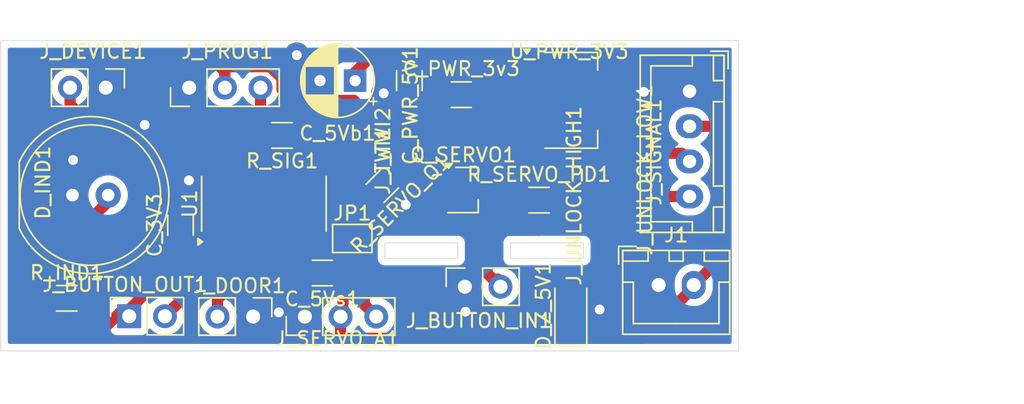
<source format=kicad_pcb>
(kicad_pcb (version 20241229) (generator "pcbnew") (generator_version "9.0")
  (layers (0 "F.Cu" signal) (2 "B.Cu" signal) (13 "F.Paste" user) (15 "B.Paste" user) (5 "F.SilkS" user "F.Silkscreen") (7 "B.SilkS" user "B.Silkscreen") (1 "F.Mask" user) (3 "B.Mask" user) (25 "Edge.Cuts" user))
  (net 0 "")
  (net 1 "Net-(D_IND1-A)")
  (net 2 "GND")
  (net 3 "Net-(J_BUTTON_IN1-Pin_2)")
  (net 4 "Net-(J_BUTTON_OUT1-Pin_2)")
  (net 5 "+3.3V")
  (net 6 "Net-(J_DEVICE1-Pin_2)")
  (net 7 "Net-(J_DOOR1-Pin_2)")
  (net 8 "Net-(J_PROG1-Pin_3)")
  (net 9 "+5V")
  (net 10 "Net-(J_SIGNAL1-Pin_3)")
  (net 12 "Net-(J_TWI1-Pin_1)")
  (net 13 "Net-(J_TWI2-Pin_1)")
  (net 14 "Net-(U1-PA5)")
  (net 16 "Net-(U1-PA1)")
  (net 17 "Net-(Q_SERVO1-B)")
  (net 18 "Net-(J_SIGNAL1-Pin_4)")
  (net 19 "Net-(JP1-A)")
  (net 20 "Net-(JP1-B)")
  (footprint "Jumper:SolderJumper-2_P1.3mm_Open_TrianglePad1.0x1.5mm" (layer "F.Cu") (at 25.035 14.14)
    (property "Reference" "JP1" (at 0 -1.8 0) (layer "F.SilkS"))
    (property "Value" "SolderJumper_2_Open")
    (pad "1" smd custom (at -0.725 0) (size 0.3 0.3) (layers "F.Cu" "F.Mask") (net 19 "Net-(JP1-A)") (options (clearance outline) (anchor rect)) (primitives (gr_poly (pts (xy 1 0) (xy 0.5 0.75) (xy -0.5 0.75) (xy -0.5 -0.75) (xy 0.5 -0.75)) (width 0) (fill yes))))
    (pad "2" smd custom (at 0.725 0) (size 0.3 0.3) (layers "F.Cu" "F.Mask") (net 20 "Net-(JP1-B)") (options (clearance outline) (anchor rect)) (primitives (gr_poly (pts (xy 0.5 0.75) (xy -0.65 0.75) (xy -0.15 0) (xy -0.65 -0.75) (xy 0.5 -0.75)) (width 0) (fill yes))))
  )
  (footprint "Package_TO_SOT_SMD:SOT-223-3_TabPin2" (layer "F.Cu") (at 40.6 4.3)
    (property "Reference" "U_PWR_3V3" (at -0.12 -3.47 0) (layer "F.SilkS"))
    (property "Value" "TC1262-33")
    (pad "1" smd roundrect (at -3.15 -2.3) (size 2 1.5) (layers "F.Cu" "F.Mask" "F.Paste") (net 9 "+5V"))
    (pad "2" smd roundrect (at -3.15 0) (size 2 1.5) (layers "F.Cu" "F.Mask" "F.Paste") (net 2 "GND"))
    (pad "2" smd roundrect (at 3.15 0) (size 2 3.8) (layers "F.Cu" "F.Mask" "F.Paste") (net 2 "GND"))
    (pad "3" smd roundrect (at -3.15 2.3) (size 2 1.5) (layers "F.Cu" "F.Mask" "F.Paste") (net 5 "+3.3V"))
  )
  (footprint "Connector_PinHeader_2.54mm:PinHeader_1x03_P2.54mm_Vertical" (layer "F.Cu") (at 21.66 19.7 90)
    (property "Reference" "J_SERVO_A1" (at -1.58 2.3 180) (layer "F.SilkS"))
    (property "Value" "Conn_01x03_Pin")
    (pad "1" thru_hole rect (at 0 0 90) (size 1.7 1.7) (drill 1) (layers "*.Cu" "*.Mask") (net 2 "GND"))
    (pad "2" thru_hole oval (at 0 2.54 90) (size 1.7 1.7) (drill 1) (layers "*.Cu" "*.Mask") (net 9 "+5V"))
    (pad "3" thru_hole oval (at 0 5.08 90) (size 1.7 1.7) (drill 1) (layers "*.Cu" "*.Mask") (net 20 "Net-(JP1-B)"))
  )
  (footprint "Connector_PinHeader_2.54mm:PinHeader_1x02_P2.54mm_Vertical" (layer "F.Cu") (at 7.475 3.4 -90)
    (property "Reference" "J_DEVICE1" (at -2.58 0.915 0) (layer "F.SilkS"))
    (property "Value" "Conn_01x02_Pin")
    (pad "1" thru_hole rect (at 0 0 270) (size 1.7 1.7) (drill 1) (layers "*.Cu" "*.Mask") (net 2 "GND"))
    (pad "2" thru_hole oval (at 0 2.54 270) (size 1.7 1.7) (drill 1) (layers "*.Cu" "*.Mask") (net 6 "Net-(J_DEVICE1-Pin_2)"))
  )
  (footprint "Connector_Wire:SolderWirePad_1x01_SMD_1x2mm" (layer "F.Cu") (at 43.33 9.25 -90)
    (property "Reference" "J_UNLOCK_LOW1" (at 0 -2.54 90) (layer "F.SilkS"))
    (property "Value" "Conn_01x01_Pin")
    (pad "1" smd roundrect (at 0 0 270) (size 1 2) (layers "F.Cu" "F.Mask" "F.Paste") (net 10 "Net-(J_SIGNAL1-Pin_3)"))
  )
  (footprint "Connector_PinSocket_2.54mm:PinSocket_1x02_P2.54mm_Vertical" (layer "F.Cu") (at 33.05 17.575 90)
    (property "Reference" "J_BUTTON_IN1" (at -2.415 1.01 0) (layer "F.SilkS"))
    (property "Value" "Conn_01x02_Pin")
    (pad "1" thru_hole rect (at 0 0 90) (size 1.7 1.7) (drill 1) (layers "*.Cu" "*.Mask") (net 2 "GND"))
    (pad "2" thru_hole oval (at 0 2.54 90) (size 1.7 1.7) (drill 1) (layers "*.Cu" "*.Mask") (net 3 "Net-(J_BUTTON_IN1-Pin_2)"))
  )
  (footprint "Connector_JST:JST_XH_B4B-XH-A_1x04_P2.50mm_Vertical" (layer "F.Cu") (at 49.05 3.65 -90)
    (property "Reference" "J_SIGNAL1" (at 4.33 2.52 90) (layer "F.SilkS"))
    (property "Value" "Conn_01x04_Socket")
    (pad "1" thru_hole roundrect (at 0 0 270) (size 1.7 1.95) (drill 0.95) (layers "*.Cu" "*.Mask") (roundrect_rratio 0.147059) (net 2 "GND"))
    (pad "2" thru_hole oval (at 2.5 0 270) (size 1.7 1.95) (drill 0.95) (layers "*.Cu" "*.Mask") (net 9 "+5V"))
    (pad "3" thru_hole oval (at 5 0 270) (size 1.7 1.95) (drill 0.95) (layers "*.Cu" "*.Mask") (net 10 "Net-(J_SIGNAL1-Pin_3)"))
    (pad "4" thru_hole oval (at 7.5 0 270) (size 1.7 1.95) (drill 0.95) (layers "*.Cu" "*.Mask") (net 18 "Net-(J_SIGNAL1-Pin_4)"))
  )
  (footprint "Resistor_SMD:R_1206_3216Metric" (layer "F.Cu") (at 20.0375 6.8 180)
    (property "Reference" "R_SIG1" (at 0 -1.82 0) (layer "F.SilkS"))
    (property "Value" "R")
    (pad "1" smd roundrect (at -1.4625 0 180) (size 1.125 1.75) (layers "F.Cu" "F.Mask" "F.Paste") (roundrect_rratio 0.222222) (net 10 "Net-(J_SIGNAL1-Pin_3)"))
    (pad "2" smd roundrect (at 1.4625 0 180) (size 1.125 1.75) (layers "F.Cu" "F.Mask" "F.Paste") (roundrect_rratio 0.222222) (net 16 "Net-(U1-PA1)"))
  )
  (footprint "Capacitor_SMD:C_1206_3216Metric_Pad1.33x1.80mm_HandSolder" (layer "F.Cu") (at 32.8 3.9)
    (property "Reference" "C_PWR_3v3" (at 0 -1.85 0) (layer "F.SilkS"))
    (property "Value" "1U")
    (pad "1" smd roundrect (at -1.5625 0) (size 1.325 1.8) (layers "F.Cu" "F.Mask" "F.Paste") (roundrect_rratio 0.188679) (net 5 "+3.3V"))
    (pad "2" smd roundrect (at 1.5625 0) (size 1.325 1.8) (layers "F.Cu" "F.Mask" "F.Paste") (roundrect_rratio 0.188679) (net 2 "GND"))
  )
  (footprint "Connector_Wire:SolderWirePad_1x01_SMD_1x2mm" (layer "F.Cu") (at 24.68 7.23 -90)
    (property "Reference" "J_TWI2" (at 0 -2.54 90) (layer "F.SilkS"))
    (property "Value" "Conn_01x01_Pin")
    (pad "1" smd roundrect (at 0 0 270) (size 1 2) (layers "F.Cu" "F.Mask" "F.Paste") (net 13 "Net-(J_TWI2-Pin_1)"))
  )
  (footprint "Resistor_SMD:R_1206_3216Metric" (layer "F.Cu") (at 38.33 11.41)
    (property "Reference" "R_SERVO_PD1" (at 0 -1.83 0) (layer "F.SilkS"))
    (property "Value" "R")
    (pad "1" smd roundrect (at -1.4625 0) (size 1.125 1.75) (layers "F.Cu" "F.Mask" "F.Paste") (roundrect_rratio 0.222222) (net 20 "Net-(JP1-B)"))
    (pad "2" smd roundrect (at 1.4625 0) (size 1.125 1.75) (layers "F.Cu" "F.Mask" "F.Paste") (roundrect_rratio 0.222222) (net 9 "+5V"))
  )
  (footprint "Package_TO_SOT_SMD:SOT-23W_Handsoldering" (layer "F.Cu") (at 32.93 10.69)
    (property "Reference" "Q_SERVO1" (at 0 -2.5 0) (layer "F.SilkS"))
    (property "Value" "MMBT2222A")
    (pad "1" smd roundrect (at -1.7 -0.95) (size 2 0.7) (layers "F.Cu" "F.Mask" "F.Paste") (net 17 "Net-(Q_SERVO1-B)"))
    (pad "2" smd roundrect (at -1.7 0.95) (size 2 0.7) (layers "F.Cu" "F.Mask" "F.Paste") (net 2 "GND"))
    (pad "3" smd roundrect (at 1.7 0) (size 2 0.7) (layers "F.Cu" "F.Mask" "F.Paste") (net 20 "Net-(JP1-B)"))
  )
  (footprint "Capacitor_SMD:C_1206_3216Metric_Pad1.33x1.80mm_HandSolder" (layer "F.Cu") (at 29.1 2.9 -90)
    (property "Reference" "C_PWR_5V1" (at 1.78 -0.07 90) (layer "F.SilkS"))
    (property "Value" "1U")
    (pad "1" smd roundrect (at -1.5625 0 270) (size 1.325 1.8) (layers "F.Cu" "F.Mask" "F.Paste") (roundrect_rratio 0.188679) (net 9 "+5V"))
    (pad "2" smd roundrect (at 1.5625 0 270) (size 1.325 1.8) (layers "F.Cu" "F.Mask" "F.Paste") (roundrect_rratio 0.188679) (net 2 "GND"))
  )
  (footprint "Resistor_SMD:R_1206_3216Metric" (layer "F.Cu") (at 27.17 10.41 -135)
    (property "Reference" "R_SERVO_Q1" (at 0 -1.82 45) (layer "F.SilkS"))
    (property "Value" "R")
    (pad "1" smd roundrect (at -1.4625 0 225) (size 1.125 1.75) (layers "F.Cu" "F.Mask" "F.Paste") (roundrect_rratio 0.222222) (net 17 "Net-(Q_SERVO1-B)"))
    (pad "2" smd roundrect (at 1.4625 0 225) (size 1.125 1.75) (layers "F.Cu" "F.Mask" "F.Paste") (roundrect_rratio 0.222222) (net 19 "Net-(JP1-A)"))
  )
  (footprint "Package_SO:SOIC-14_3.9x8.7mm_P1.27mm" (layer "F.Cu") (at 18.74 11.675 90)
    (property "Reference" "U1" (at 0 -5.28 90) (layer "F.SilkS"))
    (property "Value" "ATtiny404-SS")
    (pad "1" smd roundrect (at -2.475 -3.81 90) (size 1.95 0.6) (layers "F.Cu" "F.Mask" "F.Paste") (net 5 "+3.3V"))
    (pad "2" smd roundrect (at -2.475 -2.54 90) (size 1.95 0.6) (layers "F.Cu" "F.Mask" "F.Paste") (net 4 "Net-(J_BUTTON_OUT1-Pin_2)"))
    (pad "3" smd roundrect (at -2.475 -1.27 90) (size 1.95 0.6) (layers "F.Cu" "F.Mask" "F.Paste") (net 14 "Net-(U1-PA5)"))
    (pad "4" smd roundrect (at -2.475 0 90) (size 1.95 0.6) (layers "F.Cu" "F.Mask" "F.Paste") (net 7 "Net-(J_DOOR1-Pin_2)"))
    (pad "5" smd roundrect (at -2.475 1.27 90) (size 1.95 0.6) (layers "F.Cu" "F.Mask" "F.Paste") (net 3 "Net-(J_BUTTON_IN1-Pin_2)"))
    (pad "6" smd roundrect (at -2.475 2.54 90) (size 1.95 0.6) (layers "F.Cu" "F.Mask" "F.Paste") (net 19 "Net-(JP1-A)"))
    (pad "7" smd roundrect (at -2.475 3.81 90) (size 1.95 0.6) (layers "F.Cu" "F.Mask" "F.Paste"))
    (pad "8" smd roundrect (at 2.475 3.81 90) (size 1.95 0.6) (layers "F.Cu" "F.Mask" "F.Paste") (net 13 "Net-(J_TWI2-Pin_1)"))
    (pad "9" smd roundrect (at 2.475 2.54 90) (size 1.95 0.6) (layers "F.Cu" "F.Mask" "F.Paste") (net 12 "Net-(J_TWI1-Pin_1)"))
    (pad "10" smd roundrect (at 2.475 1.27 90) (size 1.95 0.6) (layers "F.Cu" "F.Mask" "F.Paste") (net 8 "Net-(J_PROG1-Pin_3)"))
    (pad "11" smd roundrect (at 2.475 0 90) (size 1.95 0.6) (layers "F.Cu" "F.Mask" "F.Paste") (net 16 "Net-(U1-PA1)"))
    (pad "12" smd roundrect (at 2.475 -1.27 90) (size 1.95 0.6) (layers "F.Cu" "F.Mask" "F.Paste") (net 6 "Net-(J_DEVICE1-Pin_2)"))
    (pad "13" smd roundrect (at 2.475 -2.54 90) (size 1.95 0.6) (layers "F.Cu" "F.Mask" "F.Paste"))
    (pad "14" smd roundrect (at 2.475 -3.81 90) (size 1.95 0.6) (layers "F.Cu" "F.Mask" "F.Paste") (net 2 "GND"))
  )
  (footprint "Connector_PinHeader_2.54mm:PinHeader_1x03_P2.54mm_Vertical" (layer "F.Cu") (at 13.42 3.4 90)
    (property "Reference" "J_PROG1" (at 2.58 2.71 0) (layer "F.SilkS"))
    (property "Value" "Conn_01x03_Pin")
    (pad "1" thru_hole rect (at 0 0 90) (size 1.7 1.7) (drill 1) (layers "*.Cu" "*.Mask") (net 2 "GND"))
    (pad "2" thru_hole oval (at 0 2.54 90) (size 1.7 1.7) (drill 1) (layers "*.Cu" "*.Mask") (net 5 "+3.3V"))
    (pad "3" thru_hole oval (at 0 5.08 90) (size 1.7 1.7) (drill 1) (layers "*.Cu" "*.Mask") (net 8 "Net-(J_PROG1-Pin_3)"))
  )
  (footprint "LED_THT:LED_D10.0mm" (layer "F.Cu") (at 5.11 11.05)
    (property "Reference" "D_IND1" (at -2.11 -0.89 90) (layer "F.SilkS"))
    (property "Value" "LED")
    (pad "1" thru_hole rect (at 0 0) (size 1.8 1.8) (drill 0.9) (layers "*.Cu" "*.Mask") (net 2 "GND"))
    (pad "2" thru_hole circle (at 2.54 0) (size 1.8 1.8) (drill 0.9) (layers "*.Cu" "*.Mask") (net 1 "Net-(D_IND1-A)"))
  )
  (footprint "Capacitor_SMD:C_1206_3216Metric" (layer "F.Cu") (at 22.9 16.6 180)
    (property "Reference" "C_5Vs1" (at 0 -1.85 0) (layer "F.SilkS"))
    (property "Value" "C")
    (pad "1" smd roundrect (at -1.475 0 180) (size 1.15 1.8) (layers "F.Cu" "F.Mask" "F.Paste") (roundrect_rratio 0.217391) (net 9 "+5V"))
    (pad "2" smd roundrect (at 1.475 0 180) (size 1.15 1.8) (layers "F.Cu" "F.Mask" "F.Paste") (roundrect_rratio 0.217391) (net 2 "GND"))
  )
  (footprint "Capacitor_THT:CP_Radial_D5.0mm_P2.50mm" (layer "F.Cu") (at 25.235113 2.9 180)
    (property "Reference" "C_5Vb1" (at 1.25 -3.75 0) (layer "F.SilkS"))
    (property "Value" "C_Polarized_US")
    (pad "1" thru_hole rect (at 0 0 180) (size 1.6 1.6) (drill 0.8) (layers "*.Cu" "*.Mask") (net 9 "+5V"))
    (pad "2" thru_hole circle (at 2.5 0 180) (size 1.6 1.6) (drill 0.8) (layers "*.Cu" "*.Mask") (net 2 "GND"))
  )
  (footprint "Connector_PinSocket_2.54mm:PinSocket_1x02_P2.54mm_Vertical" (layer "F.Cu") (at 9.15 19.675 90)
    (property "Reference" "J_BUTTON_OUT1" (at 2.255 -0.3 0) (layer "F.SilkS"))
    (property "Value" "Conn_01x02_Pin")
    (pad "1" thru_hole rect (at 0 0 90) (size 1.7 1.7) (drill 1) (layers "*.Cu" "*.Mask") (net 5 "+3.3V"))
    (pad "2" thru_hole oval (at 0 2.54 90) (size 1.7 1.7) (drill 1) (layers "*.Cu" "*.Mask") (net 4 "Net-(J_BUTTON_OUT1-Pin_2)"))
  )
  (footprint "Capacitor_SMD:C_1206_3216Metric" (layer "F.Cu") (at 12.8 13.2 90)
    (property "Reference" "C_3V3" (at 0 -1.85 90) (layer "F.SilkS"))
    (property "Value" "C")
    (pad "1" smd roundrect (at -1.475 0 90) (size 1.15 1.8) (layers "F.Cu" "F.Mask" "F.Paste") (roundrect_rratio 0.217391) (net 5 "+3.3V"))
    (pad "2" smd roundrect (at 1.475 0 90) (size 1.15 1.8) (layers "F.Cu" "F.Mask" "F.Paste") (roundrect_rratio 0.217391) (net 2 "GND"))
  )
  (footprint "Connector_Wire:SolderWirePad_1x01_SMD_1x2mm" (layer "F.Cu") (at 43.37 11.1 90)
    (property "Reference" "J_UNLOCK_HIGH1" (at 0 -2.54 90) (layer "F.SilkS"))
    (property "Value" "Conn_01x01_Pin")
    (pad "1" smd roundrect (at 0 0 90) (size 1 2) (layers "F.Cu" "F.Mask" "F.Paste") (net 18 "Net-(J_SIGNAL1-Pin_4)"))
  )
  (footprint "Connector_Wire:SolderWirePad_1x01_SMD_1x2mm" (layer "F.Cu") (at 24.67 8.6 -90)
    (property "Reference" "J_TWI1" (at 0 -2.54 90) (layer "F.SilkS"))
    (property "Value" "Conn_01x01_Pin")
    (pad "1" smd roundrect (at 0 0 270) (size 1 2) (layers "F.Cu" "F.Mask" "F.Paste") (net 12 "Net-(J_TWI1-Pin_1)"))
  )
  (footprint "Resistor_SMD:R_1206_3216Metric" (layer "F.Cu") (at 4.7 18.4)
    (property "Reference" "R_IND1" (at 0 -1.82 0) (layer "F.SilkS"))
    (property "Value" "R")
    (pad "1" smd roundrect (at -1.4625 0) (size 1.125 1.75) (layers "F.Cu" "F.Mask" "F.Paste") (roundrect_rratio 0.222222) (net 1 "Net-(D_IND1-A)"))
    (pad "2" smd roundrect (at 1.4625 0) (size 1.125 1.75) (layers "F.Cu" "F.Mask" "F.Paste") (roundrect_rratio 0.222222) (net 14 "Net-(U1-PA5)"))
  )
  (footprint "Diode_SMD:D_1206_3216Metric_Pad1.42x1.75mm_HandSolder" (layer "F.Cu") (at 40.6 19.3 90)
    (property "Reference" "D_Z_5V1" (at 0.38 -1.96 90) (layer "F.SilkS"))
    (property "Value" "D_Zener")
    (pad "1" smd roundrect (at -1.4875 0 90) (size 1.425 1.75) (layers "F.Cu" "F.Mask" "F.Paste") (roundrect_rratio 0.175439) (net 9 "+5V"))
    (pad "2" smd roundrect (at 1.4875 0 90) (size 1.425 1.75) (layers "F.Cu" "F.Mask" "F.Paste") (roundrect_rratio 0.175439) (net 2 "GND"))
  )
  (footprint "Connector_PinHeader_2.54mm:PinHeader_1x02_P2.54mm_Vertical" (layer "F.Cu") (at 17.975 19.7 -90)
    (property "Reference" "J_DOOR1" (at -2.19 0.985 0) (layer "F.SilkS"))
    (property "Value" "Conn_01x02_Pin")
    (pad "1" thru_hole rect (at 0 0 270) (size 1.7 1.7) (drill 1) (layers "*.Cu" "*.Mask") (net 2 "GND"))
    (pad "2" thru_hole oval (at 0 2.54 270) (size 1.7 1.7) (drill 1) (layers "*.Cu" "*.Mask") (net 7 "Net-(J_DOOR1-Pin_2)"))
  )
  (footprint "Connector_JST:JST_XH_B2B-XH-A_1x02_P2.50mm_Vertical" (layer "F.Cu") (at 46.85 17.45)
    (property "Reference" "J1" (at 1.25 -3.55 0) (layer "F.SilkS"))
    (property "Value" "Conn_01x02_Pin")
    (pad "1" thru_hole roundrect (at 0 0) (size 1.7 2) (drill 1) (layers "*.Cu" "*.Mask") (roundrect_rratio 0.147059) (net 2 "GND"))
    (pad "2" thru_hole oval (at 2.5 0) (size 1.7 2) (drill 1) (layers "*.Cu" "*.Mask") (net 9 "+5V"))
  )
  (gr_rect (start 0 0.05) (end 52.55 22.15) (stroke (width 0.05)) (fill no) (layer "Edge.Cuts"))
  (gr_rect (start 36.3 14.45) (end 41.5 15.55) (stroke (width 0.05)) (fill no) (layer "Edge.Cuts"))
  (gr_rect (start 27.35 14.45) (end 32.55 15.55) (stroke (width 0.05)) (fill no) (layer "Edge.Cuts"))
  (segment (start 4.1 12.85) (end 6.31 12.85) (width 0.8) (layer "F.Cu") (net 1))
  (segment (start 3.2375 18.4) (end 3.2375 13.7125) (width 0.8) (layer "F.Cu") (net 1))
  (segment (start 7.65 11.51) (end 7.65 11.05) (width 0.8) (layer "F.Cu") (net 1))
  (segment (start 3.2375 13.7125) (end 4.1 12.85) (width 0.8) (layer "F.Cu") (net 1))
  (segment (start 6.31 12.85) (end 7.65 11.51) (width 0.8) (layer "F.Cu") (net 1))
  (segment (start 31.23 11.64) (end 30.73 11.64) (width 0.8) (layer "F.Cu") (net 2))
  (segment (start 27.27 3.8) (end 28.4375 3.8) (width 0.8) (layer "F.Cu") (net 2))
  (segment (start 5.11 8.59) (end 5.15 8.55) (width 0.8) (layer "F.Cu") (net 2))
  (segment (start 12.8 11.725) (end 12.8 10.6) (width 0.8) (layer "F.Cu") (net 2))
  (segment (start 17.975 19.4) (end 17.925 19.45) (width 0.8) (layer "F.Cu") (net 2))
  (segment (start 46.85 17.45) (end 44.4 17.45) (width 0.8) (layer "F.Cu") (net 2))
  (segment (start 11.45 3.4) (end 11.6 3.25) (width 0.8) (layer "F.Cu") (net 2))
  (segment (start 34.7625 4.3) (end 34.3625 3.9) (width 0.8) (layer "F.Cu") (net 2))
  (segment (start 19.8 18.225) (end 21.425 16.6) (width 0.8) (layer "F.Cu") (net 2))
  (segment (start 43.75 4.3) (end 37.45 4.3) (width 0.8) (layer "F.Cu") (net 2))
  (segment (start 7.475 3.4) (end 11.45 3.4) (width 0.8) (layer "F.Cu") (net 2))
  (segment (start 37.45 4.3) (end 34.7625 4.3) (width 0.8) (layer "F.Cu") (net 2))
  (segment (start 11.6 3.25) (end 11.175 3.25) (width 0.8) (layer "F.Cu") (net 2))
  (segment (start 5.11 11.05) (end 5.11 8.59) (width 0.8) (layer "F.Cu") (net 2))
  (segment (start 40.6 17.8125) (end 41.2625 17.8125) (width 0.8) (layer "F.Cu") (net 2))
  (segment (start 41.2625 17.8125) (end 42.65 19.2) (width 0.8) (layer "F.Cu") (net 2))
  (segment (start 33.1 19.349) (end 33.1 17.625) (width 0.8) (layer "F.Cu") (net 2))
  (segment (start 49 3.7) (end 49.05 3.65) (width 0.8) (layer "F.Cu") (net 2))
  (segment (start 19.8 19.4) (end 17.975 19.4) (width 0.8) (layer "F.Cu") (net 2))
  (segment (start 28.4375 3.8) (end 29.1 4.4625) (width 0.8) (layer "F.Cu") (net 2))
  (segment (start 22.735113 2.9) (end 22.735113 2.735113) (width 0.8) (layer "F.Cu") (net 2))
  (segment (start 10.25 4.175) (end 10.25 6.05) (width 0.8) (layer "F.Cu") (net 2))
  (segment (start 28.45 11.76) (end 30.61 11.76) (width 0.8) (layer "F.Cu") (net 2))
  (segment (start 45.8 3.7) (end 49 3.7) (width 0.8) (layer "F.Cu") (net 2))
  (segment (start 22.735113 2.735113) (end 21.08 1.08) (width 0.8) (layer "F.Cu") (net 2))
  (segment (start 33.1 17.625) (end 33.05 17.575) (width 0.8) (layer "F.Cu") (net 2))
  (segment (start 44.4 17.45) (end 42.65 19.2) (width 0.8) (layer "F.Cu") (net 2))
  (segment (start 11.175 3.25) (end 10.25 4.175) (width 0.8) (layer "F.Cu") (net 2))
  (segment (start 45.8 3.7) (end 44.35 3.7) (width 0.8) (layer "F.Cu") (net 2))
  (segment (start 30.73 11.64) (end 30.61 11.76) (width 0.8) (layer "F.Cu") (net 2))
  (segment (start 19.8 19.4) (end 19.8 18.225) (width 0.8) (layer "F.Cu") (net 2))
  (segment (start 19.8 19.4) (end 20.625 19.4) (width 0.8) (layer "F.Cu") (net 2))
  (segment (start 13.42 3.25) (end 11.6 3.25) (width 0.8) (layer "F.Cu") (net 2))
  (segment (start 12.8 10.6) (end 13.4 10) (width 0.8) (layer "F.Cu") (net 2))
  (segment (start 14.2 9.2) (end 14.93 9.2) (width 0.8) (layer "F.Cu") (net 2))
  (segment (start 13.4 10) (end 14.2 9.2) (width 0.8) (layer "F.Cu") (net 2))
  (segment (start 44.35 3.7) (end 43.75 4.3) (width 0.8) (layer "F.Cu") (net 2))
  (via (at 33.1 19.349) (size 1.8) (drill 0.7) (layers "F.Cu" "B.Cu") (net 2))
  (via (at 45.8 3.7) (size 1.8) (drill 0.7) (layers "F.Cu" "B.Cu") (net 2))
  (via (at 10.25 6.05) (size 1.8) (drill 0.7) (layers "F.Cu" "B.Cu") (net 2))
  (via (at 28.84 11.74) (size 1.8) (drill 0.7) (layers "F.Cu" "B.Cu") (net 2))
  (via (at 13.4 10) (size 1.8) (drill 0.7) (layers "F.Cu" "B.Cu") (net 2))
  (via (at 19.8 19.4) (size 1.8) (drill 0.7) (layers "F.Cu" "B.Cu") (net 2))
  (via (at 42.65 19.2) (size 1.8) (drill 0.7) (layers "F.Cu" "B.Cu") (net 2))
  (via (at 27.27 3.8) (size 1.8) (drill 0.7) (layers "F.Cu" "B.Cu") (net 2))
  (via (at 21.08 1.08) (size 1.8) (drill 0.7) (layers "F.Cu" "B.Cu") (net 2))
  (via (at 5.15 8.55) (size 1.8) (drill 0.7) (layers "F.Cu" "B.Cu") (net 2))
  (segment (start 35.59 17.215) (end 35.399 17.024) (width 0.8) (layer "F.Cu") (net 3))
  (segment (start 38.38 9.18) (end 35.69 9.18) (width 0.8) (layer "F.Cu") (net 3))
  (segment (start 38.33 9.23) (end 38.38 9.18) (width 0.8) (layer "F.Cu") (net 3))
  (segment (start 20.01 12.01) (end 20.01 14.15) (width 0.8) (layer "F.Cu") (net 3))
  (segment (start 24.759 9.701) (end 24.191 10.269) (width 0.8) (layer "F.Cu") (net 3))
  (segment (start 35.59 17.575) (end 34.63 16.615) (width 0.8) (layer "F.Cu") (net 3))
  (segment (start 35.371 13.549) (end 38.33 13.549) (width 0.8) (layer "F.Cu") (net 3))
  (segment (start 20.02 12) (end 20.01 12.01) (width 0.8) (layer "F.Cu") (net 3))
  (segment (start 20.604372 12) (end 20.02 12) (width 0.8) (layer "F.Cu") (net 3))
  (segment (start 22.969 11.491) (end 22.931 11.529) (width 0.8) (layer "F.Cu") (net 3))
  (segment (start 24.191 10.911786) (end 23.611786 11.491) (width 0.8) (layer "F.Cu") (net 3))
  (segment (start 26.271 9.209424) (end 25.779424 9.701) (width 0.8) (layer "F.Cu") (net 3))
  (segment (start 22.931 11.529) (end 21.075372 11.529) (width 0.8) (layer "F.Cu") (net 3))
  (segment (start 34.4 7.801) (end 27.079 7.801) (width 0.8) (layer "F.Cu") (net 3))
  (segment (start 26.271 9.087872) (end 26.271 9.209424) (width 0.8) (layer "F.Cu") (net 3))
  (segment (start 26.985576 7.854) (end 26.494 8.345576) (width 0.8) (layer "F.Cu") (net 3))
  (segment (start 21.075372 11.529) (end 20.604372 12) (width 0.8) (layer "F.Cu") (net 3))
  (segment (start 24.191 10.269) (end 24.191 10.911786) (width 0.8) (layer "F.Cu") (net 3))
  (segment (start 26.494 8.897872) (end 26.4665 8.925372) (width 0.8) (layer "F.Cu") (net 3))
  (segment (start 35.69 9.18) (end 34.4 7.89) (width 0.8) (layer "F.Cu") (net 3))
  (segment (start 27.026 7.854) (end 26.985576 7.854) (width 0.8) (layer "F.Cu") (net 3))
  (segment (start 26.494 8.345576) (end 26.494 8.897872) (width 0.8) (layer "F.Cu") (net 3))
  (segment (start 35.59 17.575) (end 35.59 17.215) (width 0.8) (layer "F.Cu") (net 3))
  (segment (start 26.4665 8.9535) (end 26.332128 9.087872) (width 0.8) (layer "F.Cu") (net 3))
  (segment (start 23.611786 11.491) (end 22.969 11.491) (width 0.8) (layer "F.Cu") (net 3))
  (segment (start 34.63 14.29) (end 35.371 13.549) (width 0.8) (layer "F.Cu") (net 3))
  (segment (start 26.332128 9.087872) (end 26.271 9.087872) (width 0.8) (layer "F.Cu") (net 3))
  (segment (start 34.4 7.89) (end 34.4 7.801) (width 0.8) (layer "F.Cu") (net 3))
  (segment (start 34.63 16.615) (end 34.63 14.29) (width 0.8) (layer "F.Cu") (net 3))
  (segment (start 38.33 13.549) (end 38.33 9.23) (width 0.8) (layer "F.Cu") (net 3))
  (segment (start 27.079 7.801) (end 27.026 7.854) (width 0.8) (layer "F.Cu") (net 3))
  (segment (start 25.779424 9.701) (end 24.759 9.701) (width 0.8) (layer "F.Cu") (net 3))
  (segment (start 26.4665 8.925372) (end 26.4665 8.9535) (width 0.8) (layer "F.Cu") (net 3))
  (segment (start 11.69 19.675) (end 15.247919 16.117081) (width 0.8) (layer "F.Cu") (net 4))
  (segment (start 15.247919 16.117081) (end 16.2 16.117081) (width 0.8) (layer "F.Cu") (net 4))
  (segment (start 16.2 16.117081) (end 16.2 14.15) (width 0.8) (layer "F.Cu") (net 4))
  (segment (start 15.96 2.26) (end 15.96 3.4) (width 0.8) (layer "F.Cu") (net 5))
  (segment (start 31.3 5.763101) (end 29.836899 5.763101) (width 0.8) (layer "F.Cu") (net 5))
  (segment (start 12.8 15.55) (end 12.8 15.775) (width 0.8) (layer "F.Cu") (net 5))
  (segment (start 26.648265 5.301) (end 26.467265 5.12) (width 0.8) (layer "F.Cu") (net 5))
  (segment (start 23.39 4.31) (end 23.38 4.32) (width 0.8) (layer "F.Cu") (net 5))
  (segment (start 29.799798 5.726) (end 28.090576 5.726) (width 0.8) (layer "F.Cu") (net 5))
  (segment (start 1.7 20.3) (end 1.7 1.8) (width 0.8) (layer "F.Cu") (net 5))
  (segment (start 12.8 15.55) (end 12.8 14.675) (width 0.8) (layer "F.Cu") (net 5))
  (segment (start 9.15 19.675) (end 9.15 19.2) (width 0.8) (layer "F.Cu") (net 5))
  (segment (start 20.835628 4.32) (end 20.03 3.514372) (width 0.8) (layer "F.Cu") (net 5))
  (segment (start 26.467265 5.12) (end 25.96 5.12) (width 0.8) (layer "F.Cu") (net 5))
  (segment (start 31.2375 5.700601) (end 31.3 5.763101) (width 0.8) (layer "F.Cu") (net 5))
  (segment (start 1.7 1.8) (end 1.9 1.6) (width 0.8) (layer "F.Cu") (net 5))
  (segment (start 27.665576 5.301) (end 26.648265 5.301) (width 0.8) (layer "F.Cu") (net 5))
  (segment (start 29.836899 5.763101) (end 29.799798 5.726) (width 0.8) (layer "F.Cu") (net 5))
  (segment (start 7.4 20.5) (end 8.225 19.675) (width 0.8) (layer "F.Cu") (net 5))
  (segment (start 12.9 15.65) (end 14.4 14.15) (width 0.8) (layer "F.Cu") (net 5))
  (segment (start 12.9 15.65) (end 12.8 15.55) (width 0.8) (layer "F.Cu") (net 5))
  (segment (start 8.225 19.675) (end 9.15 19.675) (width 0.8) (layer "F.Cu") (net 5))
  (segment (start 9.15 19.2) (end 12.8 15.55) (width 0.8) (layer "F.Cu") (net 5))
  (segment (start 19.205 1.905) (end 15.605 1.905) (width 0.8) (layer "F.Cu") (net 5))
  (segment (start 25.15 4.31) (end 23.39 4.31) (width 0.8) (layer "F.Cu") (net 5))
  (segment (start 15.605 1.905) (end 15.96 2.26) (width 0.8) (layer "F.Cu") (net 5))
  (segment (start 9.15 19.425) (end 8.475 19.425) (width 0.8) (layer "F.Cu") (net 5))
  (segment (start 14.4 14.15) (end 14.67 14.15) (width 0.8) (layer "F.Cu") (net 5))
  (segment (start 36.613101 5.763101) (end 37.45 6.6) (width 0.8) (layer "F.Cu") (net 5))
  (segment (start 20.03 2.73) (end 19.205 1.905) (width 0.8) (layer "F.Cu") (net 5))
  (segment (start 1.9 1.6) (end 15.3 1.6) (width 0.8) (layer "F.Cu") (net 5))
  (segment (start 23.38 4.32) (end 20.835628 4.32) (width 0.8) (layer "F.Cu") (net 5))
  (segment (start 15.3 1.6) (end 15.605 1.905) (width 0.8) (layer "F.Cu") (net 5))
  (segment (start 1.9 20.5) (end 1.7 20.3) (width 0.8) (layer "F.Cu") (net 5))
  (segment (start 7.4 20.5) (end 1.9 20.5) (width 0.8) (layer "F.Cu") (net 5))
  (segment (start 20.03 3.514372) (end 20.03 2.73) (width 0.8) (layer "F.Cu") (net 5))
  (segment (start 31.2375 3.9) (end 31.2375 5.700601) (width 0.8) (layer "F.Cu") (net 5))
  (segment (start 28.090576 5.726) (end 27.665576 5.301) (width 0.8) (layer "F.Cu") (net 5))
  (segment (start 31.3 5.763101) (end 36.613101 5.763101) (width 0.8) (layer "F.Cu") (net 5))
  (segment (start 25.96 5.12) (end 25.15 4.31) (width 0.8) (layer "F.Cu") (net 5))
  (segment (start 16.1 7) (end 12.4 7) (width 0.8) (layer "F.Cu") (net 6))
  (segment (start 12.4 7) (end 11.1 8.3) (width 0.8) (layer "F.Cu") (net 6))
  (segment (start 17.47 9.2) (end 17.47 8.37) (width 0.8) (layer "F.Cu") (net 6))
  (segment (start 8.632919 8.3) (end 4.935 4.602081) (width 0.8) (layer "F.Cu") (net 6))
  (segment (start 11.1 8.3) (end 8.632919 8.3) (width 0.8) (layer "F.Cu") (net 6))
  (segment (start 4.935 4.602081) (end 4.935 3.4) (width 0.8) (layer "F.Cu") (net 6))
  (segment (start 17.47 8.37) (end 16.1 7) (width 0.8) (layer "F.Cu") (net 6))
  (segment (start 15.435 19.7) (end 15.435 18.465) (width 0.8) (layer "F.Cu") (net 7))
  (segment (start 18.74 16.34) (end 18.74 14.15) (width 0.8) (layer "F.Cu") (net 7))
  (segment (start 18.75 16.35) (end 18.74 16.34) (width 0.8) (layer "F.Cu") (net 7))
  (segment (start 17.55 16.35) (end 18.75 16.35) (width 0.8) (layer "F.Cu") (net 7))
  (segment (start 15.435 18.465) (end 17.55 16.35) (width 0.8) (layer "F.Cu") (net 7))
  (segment (start 18.5 5.2) (end 18.5 3.4) (width 0.8) (layer "F.Cu") (net 8))
  (segment (start 20.01 9.2) (end 20.01 5.71) (width 0.8) (layer "F.Cu") (net 8))
  (segment (start 19.5 5.2) (end 18.5 5.2) (width 0.8) (layer "F.Cu") (net 8))
  (segment (start 20.01 5.71) (end 19.5 5.2) (width 0.8) (layer "F.Cu") (net 8))
  (segment (start 26.3575 1.3375) (end 29.1 1.3375) (width 0.8) (layer "F.Cu") (net 9))
  (segment (start 24.2 21.1) (end 24.2 19.7) (width 0.8) (layer "F.Cu") (net 9))
  (segment (start 45.701 21.249) (end 24.349 21.249) (width 0.8) (layer "F.Cu") (net 9))
  (segment (start 24.349 21.249) (end 24.2 21.1) (width 0.8) (layer "F.Cu") (net 9))
  (segment (start 26.28 1.26) (end 26.3575 1.3375) (width 0.8) (layer "F.Cu") (net 9))
  (segment (start 36.7875 1.3375) (end 37.45 2) (width 0.8) (layer "F.Cu") (net 9))
  (segment (start 24.375 19.525) (end 24.2 19.7) (width 0.8) (layer "F.Cu") (net 9))
  (segment (start 50.9 5.3) (end 50.95 5.35) (width 0.8) (layer "F.Cu") (net 9))
  (segment (start 50.95 5.35) (end 50.95 6.1) (width 0.8) (layer "F.Cu") (net 9))
  (segment (start 49.05 6.15) (end 50.9 6.15) (width 0.8) (layer "F.Cu") (net 9))
  (segment (start 50.85 1.2) (end 50.9 1.25) (width 0.8) (layer "F.Cu") (net 9))
  (segment (start 29.1 1.3375) (end 36.7875 1.3375) (width 0.8) (layer "F.Cu") (net 9))
  (segment (start 50.95 6.1) (end 50.95 13.8) (width 0.8) (layer "F.Cu") (net 9))
  (segment (start 38.25 1.2) (end 45.1 1.2) (width 0.8) (layer "F.Cu") (net 9))
  (segment (start 50.9 6.15) (end 50.95 6.1) (width 0.8) (layer "F.Cu") (net 9))
  (segment (start 50.95 13.8) (end 42.1825 13.8) (width 0.8) (layer "F.Cu") (net 9))
  (segment (start 50.9 1.25) (end 50.9 5.3) (width 0.8) (layer "F.Cu") (net 9))
  (segment (start 45.1 1.2) (end 50.85 1.2) (width 0.8) (layer "F.Cu") (net 9))
  (segment (start 25.235113 2.304887) (end 26.28 1.26) (width 0.8) (layer "F.Cu") (net 9))
  (segment (start 49.35 17.45) (end 49.35 17.6) (width 0.8) (layer "F.Cu") (net 9))
  (segment (start 50.95 15.85) (end 49.35 17.45) (width 0.8) (layer "F.Cu") (net 9))
  (segment (start 50.95 13.8) (end 50.95 15.85) (width 0.8) (layer "F.Cu") (net 9))
  (segment (start 24.375 16.6) (end 24.375 19.525) (width 0.8) (layer "F.Cu") (net 9))
  (segment (start 49.35 17.6) (end 45.701 21.249) (width 0.8) (layer "F.Cu") (net 9))
  (segment (start 42.1825 13.8) (end 39.7925 11.41) (width 0.8) (layer "F.Cu") (net 9))
  (segment (start 37.45 2) (end 38.25 1.2) (width 0.8) (layer "F.Cu") (net 9))
  (segment (start 25.235113 2.9) (end 25.235113 2.304887) (width 0.8) (layer "F.Cu") (net 9))
  (segment (start 49.05 8.65) (end 48.47 8.07) (width 0.8) (layer "F.Cu") (net 10))
  (segment (start 43.52 8.07) (end 36.13 8.07) (width 0.8) (layer "F.Cu") (net 10))
  (segment (start 26.039 6.13) (end 23.740574 6.13) (width 0.8) (layer "F.Cu") (net 10))
  (segment (start 36.13 8.07) (end 36.15 8.05) (width 0.8) (layer "F.Cu") (net 10))
  (segment (start 23.740574 6.13) (end 23.122186 5.511612) (width 0.8) (layer "F.Cu") (net 10))
  (segment (start 48.47 8.07) (end 43.52 8.07) (width 0.8) (layer "F.Cu") (net 10))
  (segment (start 21.5 5.5) (end 21.5 6.8) (width 0.8) (layer "F.Cu") (net 10))
  (segment (start 23.122186 5.477814) (end 21.477814 5.477814) (width 0.8) (layer "F.Cu") (net 10))
  (segment (start 21.477814 5.477814) (end 21.5 5.5) (width 0.8) (layer "F.Cu") (net 10))
  (segment (start 43.52 8.07) (end 43.33 8.26) (width 0.8) (layer "F.Cu") (net 10))
  (segment (start 36.15 8.05) (end 34.9 6.8) (width 0.8) (layer "F.Cu") (net 10))
  (segment (start 26.709 6.8) (end 26.039 6.13) (width 0.8) (layer "F.Cu") (net 10))
  (segment (start 34.9 6.8) (end 26.709 6.8) (width 0.8) (layer "F.Cu") (net 10))
  (segment (start 23.122186 5.511612) (end 23.122186 5.477814) (width 0.8) (layer "F.Cu") (net 10))
  (segment (start 43.33 8.26) (end 43.33 9.25) (width 0.8) (layer "F.Cu") (net 10))
  (segment (start 23.25 10.66) (end 23.28 10.69) (width 0.4) (layer "F.Cu") (net 12))
  (segment (start 23.39 10.58) (end 23.39 9.88) (width 0.4) (layer "F.Cu") (net 12))
  (segment (start 21.28 10.07) (end 21.87 10.66) (width 0.4) (layer "F.Cu") (net 12))
  (segment (start 23.39 9.88) (end 24.67 8.6) (width 0.4) (layer "F.Cu") (net 12))
  (segment (start 23.28 10.69) (end 23.39 10.58) (width 0.4) (layer "F.Cu") (net 12))
  (segment (start 21.87 10.66) (end 23.25 10.66) (width 0.4) (layer "F.Cu") (net 12))
  (segment (start 21.28 9.2) (end 21.28 10.07) (width 0.4) (layer "F.Cu") (net 12))
  (segment (start 23.45 7.23) (end 24.68 7.23) (width 0.4) (layer "F.Cu") (net 13))
  (segment (start 22.55 8.13) (end 23.45 7.23) (width 0.4) (layer "F.Cu") (net 13))
  (segment (start 22.55 9.2) (end 22.55 8.13) (width 0.4) (layer "F.Cu") (net 13))
  (segment (start 9.2 16.3) (end 9.2 13.4625) (width 0.8) (layer "F.Cu") (net 14))
  (segment (start 13.6 13.35) (end 15 11.95) (width 0.8) (layer "F.Cu") (net 14))
  (segment (start 17.47 12.27) (end 17.47 14.15) (width 0.8) (layer "F.Cu") (net 14))
  (segment (start 7.6 16.3) (end 9.2 16.3) (width 0.8) (layer "F.Cu") (net 14))
  (segment (start 6.1625 17.7375) (end 7.6 16.3) (width 0.8) (layer "F.Cu") (net 14))
  (segment (start 9.3125 13.35) (end 13.6 13.35) (width 0.8) (layer "F.Cu") (net 14))
  (segment (start 6.1625 18.4) (end 6.1625 17.7375) (width 0.8) (layer "F.Cu") (net 14))
  (segment (start 17.47 14.15) (end 17.47 15.124999) (width 0.8) (layer "F.Cu") (net 14))
  (segment (start 15 11.95) (end 17.15 11.95) (width 0.8) (layer "F.Cu") (net 14))
  (segment (start 17.15 11.95) (end 17.47 12.27) (width 0.8) (layer "F.Cu") (net 14))
  (segment (start 9.2 13.4625) (end 9.3125 13.35) (width 0.8) (layer "F.Cu") (net 14))
  (segment (start 18.74 6.965) (end 18.575 6.8) (width 0.8) (layer "F.Cu") (net 16))
  (segment (start 18.74 9.2) (end 18.74 6.965) (width 0.8) (layer "F.Cu") (net 16))
  (segment (start 28.568288 9.74) (end 28.204144 9.375856) (width 0.8) (layer "F.Cu") (net 17))
  (segment (start 31.23 9.74) (end 28.568288 9.74) (width 0.8) (layer "F.Cu") (net 17))
  (segment (start 43.42 11.15) (end 43.37 11.1) (width 0.8) (layer "F.Cu") (net 18))
  (segment (start 49.05 11.15) (end 43.42 11.15) (width 0.8) (layer "F.Cu") (net 18))
  (segment (start 21.28 14.15) (end 21.28 12.74) (width 0.8) (layer "F.Cu") (net 19))
  (segment (start 25.79 11.79) (end 26.135856 11.444144) (width 0.8) (layer "F.Cu") (net 19))
  (segment (start 24.07 12.94) (end 24.31 13.18) (width 0.8) (layer "F.Cu") (net 19))
  (segment (start 24.31 13.18) (end 24.31 14.14) (width 0.8) (layer "F.Cu") (net 19))
  (segment (start 21.49 12.53) (end 24.07 12.53) (width 0.8) (layer "F.Cu") (net 19))
  (segment (start 24.07 12.53) (end 24.07 12.94) (width 0.8) (layer "F.Cu") (net 19))
  (segment (start 21.28 12.74) (end 21.49 12.53) (width 0.8) (layer "F.Cu") (net 19))
  (segment (start 25.69 11.79) (end 25.79 11.79) (width 0.8) (layer "F.Cu") (net 19))
  (segment (start 24.07 12.53) (end 24.95 12.53) (width 0.8) (layer "F.Cu") (net 19))
  (segment (start 24.95 12.53) (end 25.69 11.79) (width 0.8) (layer "F.Cu") (net 19))
  (segment (start 33.08 12.99) (end 33.14 12.99) (width 0.8) (layer "F.Cu") (net 20))
  (segment (start 33.14 12.99) (end 35.035 11.095) (width 0.8) (layer "F.Cu") (net 20))
  (segment (start 32.81 13.26) (end 29.33 13.26) (width 0.8) (layer "F.Cu") (net 20))
  (segment (start 36.8675 11.41) (end 35.35 11.41) (width 0.8) (layer "F.Cu") (net 20))
  (segment (start 35.35 11.41) (end 35.035 11.095) (width 0.8) (layer "F.Cu") (net 20))
  (segment (start 26.47 13.3) (end 25.915903 13.854097) (width 0.8) (layer "F.Cu") (net 20))
  (segment (start 29.33 13.26) (end 29.29 13.3) (width 0.8) (layer "F.Cu") (net 20))
  (segment (start 25.915903 13.854097) (end 25.915903 16.544097) (width 0.8) (layer "F.Cu") (net 20))
  (segment (start 25.88 16.58) (end 25.88 18.84) (width 0.8) (layer "F.Cu") (net 20))
  (segment (start 35.035 11.095) (end 34.63 10.69) (width 0.8) (layer "F.Cu") (net 20))
  (segment (start 33.08 12.99) (end 32.81 13.26) (width 0.8) (layer "F.Cu") (net 20))
  (segment (start 29.29 13.3) (end 26.47 13.3) (width 0.8) (layer "F.Cu") (net 20))
  (segment (start 25.88 18.84) (end 26.74 19.7) (width 0.8) (layer "F.Cu") (net 20))
  (segment (start 25.915903 16.544097) (end 25.88 16.58) (width 0.8) (layer "F.Cu") (net 20))
  (zone (net 2) (net_name "GND") (layer "B.Cu") (connect_pads yes (clearance 0.5)) (min_thickness 0.25) (fill yes (thermal_gap 0.5) (thermal_bridge_width 0.5))
    (polygon (pts (xy 0.051405 0.099999) (xy 52.55 0.05) (xy 52.55 22.35209) (xy -0.053288 22.452096)))
  )
)
</source>
